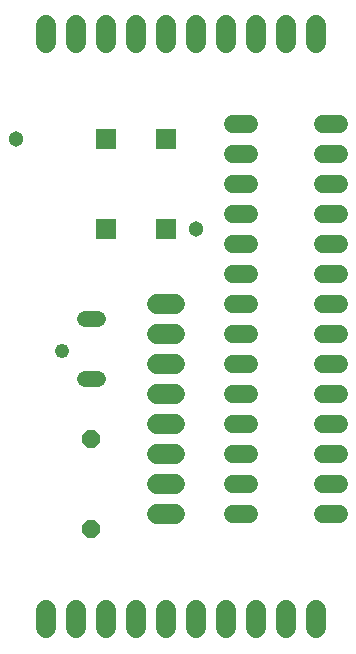
<source format=gts>
G75*
%MOIN*%
%OFA0B0*%
%FSLAX25Y25*%
%IPPOS*%
%LPD*%
%AMOC8*
5,1,8,0,0,1.08239X$1,22.5*
%
%ADD10C,0.06000*%
%ADD11C,0.06800*%
%ADD12C,0.05200*%
%ADD13OC8,0.06000*%
%ADD14R,0.06706X0.06706*%
%ADD15C,0.05131*%
%ADD16C,0.04800*%
D10*
X0308400Y0126000D02*
X0313600Y0126000D01*
X0313600Y0136000D02*
X0308400Y0136000D01*
X0308400Y0146000D02*
X0313600Y0146000D01*
X0313600Y0156000D02*
X0308400Y0156000D01*
X0308400Y0166000D02*
X0313600Y0166000D01*
X0313600Y0176000D02*
X0308400Y0176000D01*
X0308400Y0186000D02*
X0313600Y0186000D01*
X0313600Y0196000D02*
X0308400Y0196000D01*
X0308400Y0206000D02*
X0313600Y0206000D01*
X0313600Y0216000D02*
X0308400Y0216000D01*
X0308400Y0226000D02*
X0313600Y0226000D01*
X0313600Y0236000D02*
X0308400Y0236000D01*
X0308400Y0246000D02*
X0313600Y0246000D01*
X0313600Y0256000D02*
X0308400Y0256000D01*
X0338400Y0256000D02*
X0343600Y0256000D01*
X0343600Y0246000D02*
X0338400Y0246000D01*
X0338400Y0236000D02*
X0343600Y0236000D01*
X0343600Y0226000D02*
X0338400Y0226000D01*
X0338400Y0216000D02*
X0343600Y0216000D01*
X0343600Y0206000D02*
X0338400Y0206000D01*
X0338400Y0196000D02*
X0343600Y0196000D01*
X0343600Y0186000D02*
X0338400Y0186000D01*
X0338400Y0176000D02*
X0343600Y0176000D01*
X0343600Y0166000D02*
X0338400Y0166000D01*
X0338400Y0156000D02*
X0343600Y0156000D01*
X0343600Y0146000D02*
X0338400Y0146000D01*
X0338400Y0136000D02*
X0343600Y0136000D01*
X0343600Y0126000D02*
X0338400Y0126000D01*
D11*
X0246000Y0094000D02*
X0246000Y0088000D01*
X0256000Y0088000D02*
X0256000Y0094000D01*
X0266000Y0094000D02*
X0266000Y0088000D01*
X0276000Y0088000D02*
X0276000Y0094000D01*
X0286000Y0094000D02*
X0286000Y0088000D01*
X0296000Y0088000D02*
X0296000Y0094000D01*
X0306000Y0094000D02*
X0306000Y0088000D01*
X0316000Y0088000D02*
X0316000Y0094000D01*
X0326000Y0094000D02*
X0326000Y0088000D01*
X0336000Y0088000D02*
X0336000Y0094000D01*
X0289000Y0126000D02*
X0283000Y0126000D01*
X0283000Y0136000D02*
X0289000Y0136000D01*
X0289000Y0146000D02*
X0283000Y0146000D01*
X0283000Y0156000D02*
X0289000Y0156000D01*
X0289000Y0166000D02*
X0283000Y0166000D01*
X0283000Y0176000D02*
X0289000Y0176000D01*
X0289000Y0186000D02*
X0283000Y0186000D01*
X0283000Y0196000D02*
X0289000Y0196000D01*
X0286000Y0283000D02*
X0286000Y0289000D01*
X0296000Y0289000D02*
X0296000Y0283000D01*
X0306000Y0283000D02*
X0306000Y0289000D01*
X0316000Y0289000D02*
X0316000Y0283000D01*
X0326000Y0283000D02*
X0326000Y0289000D01*
X0336000Y0289000D02*
X0336000Y0283000D01*
X0276000Y0283000D02*
X0276000Y0289000D01*
X0266000Y0289000D02*
X0266000Y0283000D01*
X0256000Y0283000D02*
X0256000Y0289000D01*
X0246000Y0289000D02*
X0246000Y0283000D01*
D12*
X0258800Y0191000D02*
X0263200Y0191000D01*
X0263200Y0171000D02*
X0258800Y0171000D01*
D13*
X0261000Y0151000D03*
X0261000Y0121000D03*
D14*
X0266000Y0221000D03*
X0286000Y0221000D03*
X0286000Y0251000D03*
X0266000Y0251000D03*
D15*
X0236000Y0251000D03*
X0296000Y0221000D03*
D16*
X0251394Y0180528D03*
M02*

</source>
